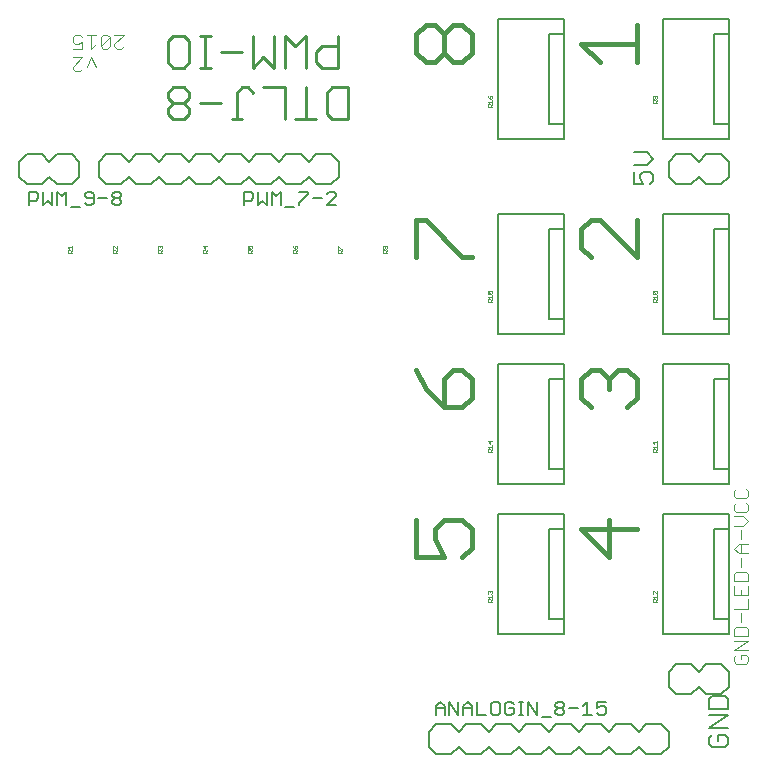
<source format=gto>
G75*
%MOIN*%
%OFA0B0*%
%FSLAX25Y25*%
%IPPOS*%
%LPD*%
%AMOC8*
5,1,8,0,0,1.08239X$1,22.5*
%
%ADD10C,0.01600*%
%ADD11C,0.00400*%
%ADD12C,0.00900*%
%ADD13C,0.00500*%
%ADD14C,0.00100*%
%ADD15C,0.00800*%
%ADD16C,0.00700*%
D10*
X0133684Y0072600D02*
X0142892Y0072600D01*
X0139823Y0078739D01*
X0139823Y0081808D01*
X0142892Y0084877D01*
X0149031Y0084877D01*
X0152100Y0081808D01*
X0152100Y0075669D01*
X0149031Y0072600D01*
X0133684Y0072600D02*
X0133684Y0084877D01*
X0142892Y0122600D02*
X0142892Y0131808D01*
X0145961Y0134877D01*
X0149031Y0134877D01*
X0152100Y0131808D01*
X0152100Y0125669D01*
X0149031Y0122600D01*
X0142892Y0122600D01*
X0136754Y0128739D01*
X0133684Y0134877D01*
X0133684Y0172600D02*
X0133684Y0184877D01*
X0136754Y0184877D01*
X0149031Y0172600D01*
X0152100Y0172600D01*
X0188684Y0175669D02*
X0191754Y0172600D01*
X0188684Y0175669D02*
X0188684Y0181808D01*
X0191754Y0184877D01*
X0194823Y0184877D01*
X0207100Y0172600D01*
X0207100Y0184877D01*
X0204031Y0134877D02*
X0200961Y0134877D01*
X0197892Y0131808D01*
X0197892Y0128739D01*
X0197892Y0131808D02*
X0194823Y0134877D01*
X0191754Y0134877D01*
X0188684Y0131808D01*
X0188684Y0125669D01*
X0191754Y0122600D01*
X0204031Y0122600D02*
X0207100Y0125669D01*
X0207100Y0131808D01*
X0204031Y0134877D01*
X0197892Y0084877D02*
X0197892Y0072600D01*
X0188684Y0081808D01*
X0207100Y0081808D01*
X0207100Y0237600D02*
X0207100Y0249877D01*
X0207100Y0243739D02*
X0188684Y0243739D01*
X0194823Y0237600D01*
X0152100Y0240669D02*
X0149031Y0237600D01*
X0145961Y0237600D01*
X0142892Y0240669D01*
X0142892Y0246808D01*
X0145961Y0249877D01*
X0149031Y0249877D01*
X0152100Y0246808D01*
X0152100Y0240669D01*
X0142892Y0240669D02*
X0139823Y0237600D01*
X0136754Y0237600D01*
X0133684Y0240669D01*
X0133684Y0246808D01*
X0136754Y0249877D01*
X0139823Y0249877D01*
X0142892Y0246808D01*
D11*
X0036116Y0246600D02*
X0033046Y0243531D01*
X0033046Y0242763D01*
X0033814Y0241996D01*
X0035348Y0241996D01*
X0036116Y0242763D01*
X0036116Y0246600D02*
X0033046Y0246600D01*
X0031512Y0245833D02*
X0031512Y0242763D01*
X0030745Y0241996D01*
X0029210Y0241996D01*
X0028443Y0242763D01*
X0031512Y0245833D01*
X0030745Y0246600D01*
X0029210Y0246600D01*
X0028443Y0245833D01*
X0028443Y0242763D01*
X0026908Y0243531D02*
X0025373Y0241996D01*
X0025373Y0246600D01*
X0023839Y0246600D02*
X0026908Y0246600D01*
X0022304Y0245833D02*
X0021537Y0246600D01*
X0020002Y0246600D01*
X0019235Y0245833D01*
X0019235Y0244298D01*
X0020002Y0243531D01*
X0020769Y0243531D01*
X0022304Y0244298D01*
X0022304Y0241996D01*
X0019235Y0241996D01*
X0019235Y0239100D02*
X0022304Y0239100D01*
X0019235Y0236031D01*
X0019235Y0235263D01*
X0020002Y0234496D01*
X0021537Y0234496D01*
X0022304Y0235263D01*
X0023839Y0236031D02*
X0025373Y0239100D01*
X0026908Y0236031D01*
X0239596Y0094549D02*
X0239596Y0093014D01*
X0240363Y0092247D01*
X0243433Y0092247D01*
X0244200Y0093014D01*
X0244200Y0094549D01*
X0243433Y0095316D01*
X0240363Y0095316D02*
X0239596Y0094549D01*
X0240363Y0090712D02*
X0239596Y0089945D01*
X0239596Y0088410D01*
X0240363Y0087643D01*
X0243433Y0087643D01*
X0244200Y0088410D01*
X0244200Y0089945D01*
X0243433Y0090712D01*
X0242665Y0086109D02*
X0239596Y0086109D01*
X0239596Y0083039D02*
X0242665Y0083039D01*
X0244200Y0084574D01*
X0242665Y0086109D01*
X0241898Y0081505D02*
X0241898Y0078435D01*
X0241898Y0076901D02*
X0241898Y0073831D01*
X0241131Y0073831D02*
X0239596Y0075366D01*
X0241131Y0076901D01*
X0244200Y0076901D01*
X0244200Y0073831D02*
X0241131Y0073831D01*
X0241898Y0072297D02*
X0241898Y0069227D01*
X0240363Y0067693D02*
X0239596Y0066926D01*
X0239596Y0064624D01*
X0244200Y0064624D01*
X0244200Y0066926D01*
X0243433Y0067693D01*
X0240363Y0067693D01*
X0239596Y0063089D02*
X0239596Y0060020D01*
X0244200Y0060020D01*
X0244200Y0063089D01*
X0241898Y0061554D02*
X0241898Y0060020D01*
X0244200Y0058485D02*
X0244200Y0055416D01*
X0239596Y0055416D01*
X0241898Y0053881D02*
X0241898Y0050812D01*
X0240363Y0049277D02*
X0239596Y0048510D01*
X0239596Y0046208D01*
X0244200Y0046208D01*
X0244200Y0048510D01*
X0243433Y0049277D01*
X0240363Y0049277D01*
X0239596Y0044673D02*
X0244200Y0044673D01*
X0239596Y0041604D01*
X0244200Y0041604D01*
X0243433Y0040069D02*
X0241898Y0040069D01*
X0241898Y0038535D01*
X0240363Y0040069D02*
X0239596Y0039302D01*
X0239596Y0037767D01*
X0240363Y0037000D01*
X0243433Y0037000D01*
X0244200Y0037767D01*
X0244200Y0039302D01*
X0243433Y0040069D01*
D12*
X0110984Y0218491D02*
X0105680Y0218491D01*
X0103912Y0220259D01*
X0103912Y0227332D01*
X0105680Y0229100D01*
X0110984Y0229100D01*
X0110984Y0218491D01*
X0100395Y0218491D02*
X0093323Y0218491D01*
X0096859Y0218491D02*
X0096859Y0229100D01*
X0096866Y0235741D02*
X0096866Y0246350D01*
X0093329Y0242814D01*
X0089793Y0246350D01*
X0089793Y0235741D01*
X0086277Y0235741D02*
X0082740Y0239277D01*
X0079204Y0235741D01*
X0079204Y0246350D01*
X0075687Y0241045D02*
X0068615Y0241045D01*
X0065098Y0235741D02*
X0061562Y0235741D01*
X0063330Y0235741D02*
X0063330Y0246350D01*
X0065098Y0246350D02*
X0061562Y0246350D01*
X0058039Y0244582D02*
X0056271Y0246350D01*
X0052735Y0246350D01*
X0050966Y0244582D01*
X0050966Y0237509D01*
X0052735Y0235741D01*
X0056271Y0235741D01*
X0058039Y0237509D01*
X0058039Y0244582D01*
X0056271Y0229100D02*
X0052735Y0229100D01*
X0050966Y0227332D01*
X0050966Y0225564D01*
X0052735Y0223795D01*
X0056271Y0223795D01*
X0058039Y0222027D01*
X0058039Y0220259D01*
X0056271Y0218491D01*
X0052735Y0218491D01*
X0050966Y0220259D01*
X0050966Y0222027D01*
X0052735Y0223795D01*
X0056271Y0223795D02*
X0058039Y0225564D01*
X0058039Y0227332D01*
X0056271Y0229100D01*
X0061555Y0223795D02*
X0068628Y0223795D01*
X0073913Y0227332D02*
X0073913Y0218491D01*
X0075681Y0218491D02*
X0072144Y0218491D01*
X0073913Y0227332D02*
X0075681Y0229100D01*
X0077449Y0229100D01*
X0079217Y0227332D01*
X0082733Y0229100D02*
X0089806Y0229100D01*
X0089806Y0218491D01*
X0086277Y0235741D02*
X0086277Y0246350D01*
X0100382Y0241045D02*
X0100382Y0237509D01*
X0102150Y0235741D01*
X0107455Y0235741D01*
X0107455Y0246350D01*
X0107455Y0242814D02*
X0102150Y0242814D01*
X0100382Y0241045D01*
D13*
X0097641Y0194354D02*
X0094638Y0194354D01*
X0097641Y0193603D02*
X0094638Y0190601D01*
X0094638Y0189850D01*
X0093037Y0189099D02*
X0090034Y0189099D01*
X0088433Y0189850D02*
X0088433Y0194354D01*
X0086932Y0192853D01*
X0085430Y0194354D01*
X0085430Y0189850D01*
X0083829Y0189850D02*
X0083829Y0194354D01*
X0080826Y0194354D02*
X0080826Y0189850D01*
X0082328Y0191351D01*
X0083829Y0189850D01*
X0079225Y0192102D02*
X0078474Y0191351D01*
X0076222Y0191351D01*
X0076222Y0189850D02*
X0076222Y0194354D01*
X0078474Y0194354D01*
X0079225Y0193603D01*
X0079225Y0192102D01*
X0097641Y0193603D02*
X0097641Y0194354D01*
X0099242Y0192102D02*
X0102245Y0192102D01*
X0103846Y0193603D02*
X0104597Y0194354D01*
X0106098Y0194354D01*
X0106849Y0193603D01*
X0106849Y0192853D01*
X0103846Y0189850D01*
X0106849Y0189850D01*
X0160900Y0186800D02*
X0160900Y0146800D01*
X0182900Y0146800D01*
X0182900Y0151800D01*
X0177900Y0151800D01*
X0177900Y0181800D01*
X0182900Y0181800D01*
X0182900Y0151800D01*
X0182900Y0136800D02*
X0182900Y0131800D01*
X0177900Y0131800D01*
X0177900Y0101800D01*
X0182900Y0101800D01*
X0182900Y0096800D01*
X0160900Y0096800D01*
X0160900Y0136800D01*
X0182900Y0136800D01*
X0182900Y0131800D02*
X0182900Y0101800D01*
X0182900Y0086800D02*
X0182900Y0081800D01*
X0177900Y0081800D01*
X0177900Y0051800D01*
X0182900Y0051800D01*
X0182900Y0046800D01*
X0160900Y0046800D01*
X0160900Y0086800D01*
X0182900Y0086800D01*
X0182900Y0081800D02*
X0182900Y0051800D01*
X0182286Y0024354D02*
X0180785Y0024354D01*
X0180034Y0023603D01*
X0180034Y0022853D01*
X0180785Y0022102D01*
X0182286Y0022102D01*
X0183037Y0021351D01*
X0183037Y0020601D01*
X0182286Y0019850D01*
X0180785Y0019850D01*
X0180034Y0020601D01*
X0180034Y0021351D01*
X0180785Y0022102D01*
X0182286Y0022102D02*
X0183037Y0022853D01*
X0183037Y0023603D01*
X0182286Y0024354D01*
X0184638Y0022102D02*
X0187641Y0022102D01*
X0189242Y0022853D02*
X0190743Y0024354D01*
X0190743Y0019850D01*
X0189242Y0019850D02*
X0192245Y0019850D01*
X0193846Y0020601D02*
X0194597Y0019850D01*
X0196098Y0019850D01*
X0196849Y0020601D01*
X0196849Y0022102D01*
X0196098Y0022853D01*
X0195347Y0022853D01*
X0193846Y0022102D01*
X0193846Y0024354D01*
X0196849Y0024354D01*
X0178433Y0019099D02*
X0175430Y0019099D01*
X0173829Y0019850D02*
X0173829Y0024354D01*
X0170826Y0024354D02*
X0173829Y0019850D01*
X0170826Y0019850D02*
X0170826Y0024354D01*
X0169258Y0024354D02*
X0167757Y0024354D01*
X0168508Y0024354D02*
X0168508Y0019850D01*
X0169258Y0019850D02*
X0167757Y0019850D01*
X0166156Y0020601D02*
X0166156Y0022102D01*
X0164654Y0022102D01*
X0163153Y0023603D02*
X0163153Y0020601D01*
X0163904Y0019850D01*
X0165405Y0019850D01*
X0166156Y0020601D01*
X0166156Y0023603D02*
X0165405Y0024354D01*
X0163904Y0024354D01*
X0163153Y0023603D01*
X0161552Y0023603D02*
X0161552Y0020601D01*
X0160801Y0019850D01*
X0159300Y0019850D01*
X0158549Y0020601D01*
X0158549Y0023603D01*
X0159300Y0024354D01*
X0160801Y0024354D01*
X0161552Y0023603D01*
X0156948Y0019850D02*
X0153945Y0019850D01*
X0153945Y0024354D01*
X0152344Y0022853D02*
X0152344Y0019850D01*
X0152344Y0022102D02*
X0149341Y0022102D01*
X0149341Y0022853D02*
X0150843Y0024354D01*
X0152344Y0022853D01*
X0149341Y0022853D02*
X0149341Y0019850D01*
X0147740Y0019850D02*
X0147740Y0024354D01*
X0144737Y0024354D02*
X0144737Y0019850D01*
X0143136Y0019850D02*
X0143136Y0022853D01*
X0141635Y0024354D01*
X0140134Y0022853D01*
X0140134Y0019850D01*
X0140134Y0022102D02*
X0143136Y0022102D01*
X0144737Y0024354D02*
X0147740Y0019850D01*
X0215900Y0046800D02*
X0215900Y0086800D01*
X0237900Y0086800D01*
X0237900Y0081800D01*
X0232900Y0081800D01*
X0232900Y0051800D01*
X0237900Y0051800D01*
X0237900Y0046800D01*
X0215900Y0046800D01*
X0237900Y0051800D02*
X0237900Y0081800D01*
X0237900Y0096800D02*
X0237900Y0101800D01*
X0232900Y0101800D01*
X0232900Y0131800D01*
X0237900Y0131800D01*
X0237900Y0101800D01*
X0237900Y0096800D02*
X0215900Y0096800D01*
X0215900Y0136800D01*
X0237900Y0136800D01*
X0237900Y0131800D01*
X0237900Y0146800D02*
X0237900Y0151800D01*
X0232900Y0151800D01*
X0232900Y0181800D01*
X0237900Y0181800D01*
X0237900Y0151800D01*
X0237900Y0146800D02*
X0215900Y0146800D01*
X0215900Y0186800D01*
X0237900Y0186800D01*
X0237900Y0181800D01*
X0237900Y0211800D02*
X0215900Y0211800D01*
X0215900Y0251800D01*
X0237900Y0251800D01*
X0237900Y0246800D01*
X0232900Y0246800D01*
X0232900Y0216800D01*
X0237900Y0216800D01*
X0237900Y0211800D01*
X0237900Y0216800D02*
X0237900Y0246800D01*
X0182900Y0246800D02*
X0182900Y0216800D01*
X0177900Y0216800D01*
X0177900Y0246800D01*
X0182900Y0246800D01*
X0182900Y0251800D01*
X0160900Y0251800D01*
X0160900Y0211800D01*
X0182900Y0211800D01*
X0182900Y0216800D01*
X0182900Y0186800D02*
X0160900Y0186800D01*
X0182900Y0186800D02*
X0182900Y0181800D01*
X0035349Y0190601D02*
X0034598Y0189850D01*
X0033097Y0189850D01*
X0032346Y0190601D01*
X0032346Y0191351D01*
X0033097Y0192102D01*
X0034598Y0192102D01*
X0035349Y0191351D01*
X0035349Y0190601D01*
X0034598Y0192102D02*
X0035349Y0192853D01*
X0035349Y0193603D01*
X0034598Y0194354D01*
X0033097Y0194354D01*
X0032346Y0193603D01*
X0032346Y0192853D01*
X0033097Y0192102D01*
X0030745Y0192102D02*
X0027742Y0192102D01*
X0026141Y0192102D02*
X0023889Y0192102D01*
X0023138Y0192853D01*
X0023138Y0193603D01*
X0023889Y0194354D01*
X0025390Y0194354D01*
X0026141Y0193603D01*
X0026141Y0190601D01*
X0025390Y0189850D01*
X0023889Y0189850D01*
X0023138Y0190601D01*
X0021537Y0189099D02*
X0018534Y0189099D01*
X0016933Y0189850D02*
X0016933Y0194354D01*
X0015432Y0192853D01*
X0013930Y0194354D01*
X0013930Y0189850D01*
X0012329Y0189850D02*
X0012329Y0194354D01*
X0009326Y0194354D02*
X0009326Y0189850D01*
X0010828Y0191351D01*
X0012329Y0189850D01*
X0007725Y0192102D02*
X0007725Y0193603D01*
X0006974Y0194354D01*
X0004722Y0194354D01*
X0004722Y0189850D01*
X0004722Y0191351D02*
X0006974Y0191351D01*
X0007725Y0192102D01*
D14*
X0017449Y0175877D02*
X0018950Y0175877D01*
X0018950Y0175377D02*
X0018950Y0176378D01*
X0017949Y0175377D02*
X0017449Y0175877D01*
X0017699Y0174904D02*
X0017449Y0174654D01*
X0017449Y0173903D01*
X0018950Y0173903D01*
X0018450Y0173903D02*
X0018450Y0174654D01*
X0018199Y0174904D01*
X0017699Y0174904D01*
X0018450Y0174404D02*
X0018950Y0174904D01*
X0032449Y0174654D02*
X0032449Y0173903D01*
X0033950Y0173903D01*
X0033450Y0173903D02*
X0033450Y0174654D01*
X0033199Y0174904D01*
X0032699Y0174904D01*
X0032449Y0174654D01*
X0032699Y0175377D02*
X0032449Y0175627D01*
X0032449Y0176127D01*
X0032699Y0176378D01*
X0032949Y0176378D01*
X0033950Y0175377D01*
X0033950Y0176378D01*
X0033950Y0174904D02*
X0033450Y0174404D01*
X0047449Y0174654D02*
X0047449Y0173903D01*
X0048950Y0173903D01*
X0048450Y0173903D02*
X0048450Y0174654D01*
X0048199Y0174904D01*
X0047699Y0174904D01*
X0047449Y0174654D01*
X0047699Y0175377D02*
X0047449Y0175627D01*
X0047449Y0176127D01*
X0047699Y0176378D01*
X0047949Y0176378D01*
X0048199Y0176127D01*
X0048450Y0176378D01*
X0048700Y0176378D01*
X0048950Y0176127D01*
X0048950Y0175627D01*
X0048700Y0175377D01*
X0048950Y0174904D02*
X0048450Y0174404D01*
X0048199Y0175877D02*
X0048199Y0176127D01*
X0062449Y0176127D02*
X0063199Y0175377D01*
X0063199Y0176378D01*
X0062449Y0176127D02*
X0063950Y0176127D01*
X0063950Y0174904D02*
X0063450Y0174404D01*
X0063450Y0174654D02*
X0063450Y0173903D01*
X0063950Y0173903D02*
X0062449Y0173903D01*
X0062449Y0174654D01*
X0062699Y0174904D01*
X0063199Y0174904D01*
X0063450Y0174654D01*
X0077449Y0174654D02*
X0077449Y0173903D01*
X0078950Y0173903D01*
X0078450Y0173903D02*
X0078450Y0174654D01*
X0078199Y0174904D01*
X0077699Y0174904D01*
X0077449Y0174654D01*
X0077449Y0175377D02*
X0078199Y0175377D01*
X0077949Y0175877D01*
X0077949Y0176127D01*
X0078199Y0176378D01*
X0078700Y0176378D01*
X0078950Y0176127D01*
X0078950Y0175627D01*
X0078700Y0175377D01*
X0078950Y0174904D02*
X0078450Y0174404D01*
X0077449Y0175377D02*
X0077449Y0176378D01*
X0092449Y0176378D02*
X0092699Y0175877D01*
X0093199Y0175377D01*
X0093199Y0176127D01*
X0093450Y0176378D01*
X0093700Y0176378D01*
X0093950Y0176127D01*
X0093950Y0175627D01*
X0093700Y0175377D01*
X0093199Y0175377D01*
X0093199Y0174904D02*
X0093450Y0174654D01*
X0093450Y0173903D01*
X0093950Y0173903D02*
X0092449Y0173903D01*
X0092449Y0174654D01*
X0092699Y0174904D01*
X0093199Y0174904D01*
X0093450Y0174404D02*
X0093950Y0174904D01*
X0107449Y0174654D02*
X0107449Y0173903D01*
X0108950Y0173903D01*
X0108450Y0173903D02*
X0108450Y0174654D01*
X0108199Y0174904D01*
X0107699Y0174904D01*
X0107449Y0174654D01*
X0107449Y0175377D02*
X0107449Y0176378D01*
X0107699Y0176378D01*
X0108700Y0175377D01*
X0108950Y0175377D01*
X0108950Y0174904D02*
X0108450Y0174404D01*
X0122449Y0174654D02*
X0122449Y0173903D01*
X0123950Y0173903D01*
X0123450Y0173903D02*
X0123450Y0174654D01*
X0123199Y0174904D01*
X0122699Y0174904D01*
X0122449Y0174654D01*
X0122699Y0175377D02*
X0122949Y0175377D01*
X0123199Y0175627D01*
X0123199Y0176127D01*
X0123450Y0176378D01*
X0123700Y0176378D01*
X0123950Y0176127D01*
X0123950Y0175627D01*
X0123700Y0175377D01*
X0123450Y0175377D01*
X0123199Y0175627D01*
X0123199Y0176127D02*
X0122949Y0176378D01*
X0122699Y0176378D01*
X0122449Y0176127D01*
X0122449Y0175627D01*
X0122699Y0175377D01*
X0123450Y0174404D02*
X0123950Y0174904D01*
X0157449Y0161378D02*
X0157449Y0160377D01*
X0158199Y0160377D01*
X0157949Y0160877D01*
X0157949Y0161127D01*
X0158199Y0161378D01*
X0158700Y0161378D01*
X0158950Y0161127D01*
X0158950Y0160627D01*
X0158700Y0160377D01*
X0158950Y0159904D02*
X0158950Y0158903D01*
X0158950Y0158431D02*
X0158450Y0157931D01*
X0158450Y0158181D02*
X0158450Y0157430D01*
X0158950Y0157430D02*
X0157449Y0157430D01*
X0157449Y0158181D01*
X0157699Y0158431D01*
X0158199Y0158431D01*
X0158450Y0158181D01*
X0157949Y0158903D02*
X0157449Y0159404D01*
X0158950Y0159404D01*
X0158199Y0111378D02*
X0158199Y0110377D01*
X0157449Y0111127D01*
X0158950Y0111127D01*
X0158950Y0109904D02*
X0158950Y0108903D01*
X0158950Y0108431D02*
X0158450Y0107931D01*
X0158450Y0108181D02*
X0158450Y0107430D01*
X0158950Y0107430D02*
X0157449Y0107430D01*
X0157449Y0108181D01*
X0157699Y0108431D01*
X0158199Y0108431D01*
X0158450Y0108181D01*
X0157949Y0108903D02*
X0157449Y0109404D01*
X0158950Y0109404D01*
X0158700Y0061378D02*
X0158950Y0061127D01*
X0158950Y0060627D01*
X0158700Y0060377D01*
X0158950Y0059904D02*
X0158950Y0058903D01*
X0158950Y0058431D02*
X0158450Y0057931D01*
X0158450Y0058181D02*
X0158450Y0057430D01*
X0158950Y0057430D02*
X0157449Y0057430D01*
X0157449Y0058181D01*
X0157699Y0058431D01*
X0158199Y0058431D01*
X0158450Y0058181D01*
X0157949Y0058903D02*
X0157449Y0059404D01*
X0158950Y0059404D01*
X0157699Y0060377D02*
X0157449Y0060627D01*
X0157449Y0061127D01*
X0157699Y0061378D01*
X0157949Y0061378D01*
X0158199Y0061127D01*
X0158450Y0061378D01*
X0158700Y0061378D01*
X0158199Y0061127D02*
X0158199Y0060877D01*
X0212449Y0060627D02*
X0212699Y0060377D01*
X0212449Y0060627D02*
X0212449Y0061127D01*
X0212699Y0061378D01*
X0212949Y0061378D01*
X0213950Y0060377D01*
X0213950Y0061378D01*
X0213950Y0059904D02*
X0213950Y0058903D01*
X0213950Y0058431D02*
X0213450Y0057931D01*
X0213450Y0058181D02*
X0213450Y0057430D01*
X0213950Y0057430D02*
X0212449Y0057430D01*
X0212449Y0058181D01*
X0212699Y0058431D01*
X0213199Y0058431D01*
X0213450Y0058181D01*
X0212949Y0058903D02*
X0212449Y0059404D01*
X0213950Y0059404D01*
X0213950Y0107430D02*
X0212449Y0107430D01*
X0212449Y0108181D01*
X0212699Y0108431D01*
X0213199Y0108431D01*
X0213450Y0108181D01*
X0213450Y0107430D01*
X0213450Y0107931D02*
X0213950Y0108431D01*
X0213950Y0108903D02*
X0213950Y0109904D01*
X0213950Y0110377D02*
X0213950Y0111378D01*
X0213950Y0110877D02*
X0212449Y0110877D01*
X0212949Y0110377D01*
X0212449Y0109404D02*
X0213950Y0109404D01*
X0212949Y0108903D02*
X0212449Y0109404D01*
X0212449Y0157430D02*
X0212449Y0158181D01*
X0212699Y0158431D01*
X0213199Y0158431D01*
X0213450Y0158181D01*
X0213450Y0157430D01*
X0213950Y0157430D02*
X0212449Y0157430D01*
X0213450Y0157931D02*
X0213950Y0158431D01*
X0213950Y0158903D02*
X0213950Y0159904D01*
X0213950Y0159404D02*
X0212449Y0159404D01*
X0212949Y0158903D01*
X0212699Y0160377D02*
X0212449Y0160627D01*
X0212449Y0161127D01*
X0212699Y0161378D01*
X0213700Y0160377D01*
X0213950Y0160627D01*
X0213950Y0161127D01*
X0213700Y0161378D01*
X0212699Y0161378D01*
X0212699Y0160377D02*
X0213700Y0160377D01*
X0213950Y0223903D02*
X0212449Y0223903D01*
X0212449Y0224654D01*
X0212699Y0224904D01*
X0213199Y0224904D01*
X0213450Y0224654D01*
X0213450Y0223903D01*
X0213450Y0224404D02*
X0213950Y0224904D01*
X0213700Y0225377D02*
X0213950Y0225627D01*
X0213950Y0226127D01*
X0213700Y0226378D01*
X0212699Y0226378D01*
X0212449Y0226127D01*
X0212449Y0225627D01*
X0212699Y0225377D01*
X0212949Y0225377D01*
X0213199Y0225627D01*
X0213199Y0226378D01*
X0158950Y0226127D02*
X0158700Y0226378D01*
X0158450Y0226378D01*
X0158199Y0226127D01*
X0158199Y0225377D01*
X0158700Y0225377D01*
X0158950Y0225627D01*
X0158950Y0226127D01*
X0158199Y0225377D02*
X0157699Y0225877D01*
X0157449Y0226378D01*
X0157449Y0224404D02*
X0158950Y0224404D01*
X0158950Y0224904D02*
X0158950Y0223903D01*
X0158950Y0223431D02*
X0158450Y0222931D01*
X0158450Y0223181D02*
X0158450Y0222430D01*
X0158950Y0222430D02*
X0157449Y0222430D01*
X0157449Y0223181D01*
X0157699Y0223431D01*
X0158199Y0223431D01*
X0158450Y0223181D01*
X0157949Y0223903D02*
X0157449Y0224404D01*
D15*
X0107900Y0204300D02*
X0107900Y0199300D01*
X0105400Y0196800D01*
X0100400Y0196800D01*
X0097900Y0199300D01*
X0095400Y0196800D01*
X0090400Y0196800D01*
X0087900Y0199300D01*
X0085400Y0196800D01*
X0080400Y0196800D01*
X0077900Y0199300D01*
X0075400Y0196800D01*
X0070400Y0196800D01*
X0067900Y0199300D01*
X0065400Y0196800D01*
X0060400Y0196800D01*
X0057900Y0199300D01*
X0055400Y0196800D01*
X0050400Y0196800D01*
X0047900Y0199300D01*
X0045400Y0196800D01*
X0040400Y0196800D01*
X0037900Y0199300D01*
X0035400Y0196800D01*
X0030400Y0196800D01*
X0027900Y0199300D01*
X0027900Y0204300D01*
X0030400Y0206800D01*
X0035400Y0206800D01*
X0037900Y0204300D01*
X0040400Y0206800D01*
X0045400Y0206800D01*
X0047900Y0204300D01*
X0050400Y0206800D01*
X0055400Y0206800D01*
X0057900Y0204300D01*
X0060400Y0206800D01*
X0065400Y0206800D01*
X0067900Y0204300D01*
X0070400Y0206800D01*
X0075400Y0206800D01*
X0077900Y0204300D01*
X0080400Y0206800D01*
X0085400Y0206800D01*
X0087900Y0204300D01*
X0090400Y0206800D01*
X0095400Y0206800D01*
X0097900Y0204300D01*
X0100400Y0206800D01*
X0105400Y0206800D01*
X0107900Y0204300D01*
X0021400Y0204300D02*
X0021400Y0199300D01*
X0018900Y0196800D01*
X0013900Y0196800D01*
X0011400Y0199300D01*
X0008900Y0196800D01*
X0003900Y0196800D01*
X0001400Y0199300D01*
X0001400Y0204300D01*
X0003900Y0206800D01*
X0008900Y0206800D01*
X0011400Y0204300D01*
X0013900Y0206800D01*
X0018900Y0206800D01*
X0021400Y0204300D01*
X0140400Y0016800D02*
X0145400Y0016800D01*
X0147900Y0014300D01*
X0150400Y0016800D01*
X0155400Y0016800D01*
X0157900Y0014300D01*
X0160400Y0016800D01*
X0165400Y0016800D01*
X0167900Y0014300D01*
X0170400Y0016800D01*
X0175400Y0016800D01*
X0177900Y0014300D01*
X0180400Y0016800D01*
X0185400Y0016800D01*
X0187900Y0014300D01*
X0190400Y0016800D01*
X0195400Y0016800D01*
X0197900Y0014300D01*
X0200400Y0016800D01*
X0205400Y0016800D01*
X0207900Y0014300D01*
X0210400Y0016800D01*
X0215400Y0016800D01*
X0217900Y0014300D01*
X0217900Y0009300D01*
X0215400Y0006800D01*
X0210400Y0006800D01*
X0207900Y0009300D01*
X0205400Y0006800D01*
X0200400Y0006800D01*
X0197900Y0009300D01*
X0195400Y0006800D01*
X0190400Y0006800D01*
X0187900Y0009300D01*
X0185400Y0006800D01*
X0180400Y0006800D01*
X0177900Y0009300D01*
X0175400Y0006800D01*
X0170400Y0006800D01*
X0167900Y0009300D01*
X0165400Y0006800D01*
X0160400Y0006800D01*
X0157900Y0009300D01*
X0155400Y0006800D01*
X0150400Y0006800D01*
X0147900Y0009300D01*
X0145400Y0006800D01*
X0140400Y0006800D01*
X0137900Y0009300D01*
X0137900Y0014300D01*
X0140400Y0016800D01*
X0217900Y0029300D02*
X0220400Y0026800D01*
X0225400Y0026800D01*
X0227900Y0029300D01*
X0230400Y0026800D01*
X0235400Y0026800D01*
X0237900Y0029300D01*
X0237900Y0034300D01*
X0235400Y0036800D01*
X0230400Y0036800D01*
X0227900Y0034300D01*
X0225400Y0036800D01*
X0220400Y0036800D01*
X0217900Y0034300D01*
X0217900Y0029300D01*
X0220400Y0196800D02*
X0225400Y0196800D01*
X0227900Y0199300D01*
X0230400Y0196800D01*
X0235400Y0196800D01*
X0237900Y0199300D01*
X0237900Y0204300D01*
X0235400Y0206800D01*
X0230400Y0206800D01*
X0227900Y0204300D01*
X0225400Y0206800D01*
X0220400Y0206800D01*
X0217900Y0204300D01*
X0217900Y0199300D01*
X0220400Y0196800D01*
D16*
X0212550Y0197901D02*
X0211499Y0196850D01*
X0212550Y0197901D02*
X0212550Y0200003D01*
X0211499Y0201054D01*
X0209397Y0201054D01*
X0208346Y0200003D01*
X0208346Y0198952D01*
X0209397Y0196850D01*
X0206245Y0196850D01*
X0206245Y0201054D01*
X0206245Y0203295D02*
X0210448Y0203295D01*
X0212550Y0205397D01*
X0210448Y0207499D01*
X0206245Y0207499D01*
X0232296Y0026245D02*
X0231245Y0025194D01*
X0231245Y0022041D01*
X0237550Y0022041D01*
X0237550Y0025194D01*
X0236499Y0026245D01*
X0232296Y0026245D01*
X0231245Y0019799D02*
X0237550Y0019799D01*
X0231245Y0015595D01*
X0237550Y0015595D01*
X0236499Y0013354D02*
X0237550Y0012303D01*
X0237550Y0010201D01*
X0236499Y0009150D01*
X0232296Y0009150D01*
X0231245Y0010201D01*
X0231245Y0012303D01*
X0232296Y0013354D01*
X0234397Y0013354D02*
X0234397Y0011252D01*
X0234397Y0013354D02*
X0236499Y0013354D01*
M02*

</source>
